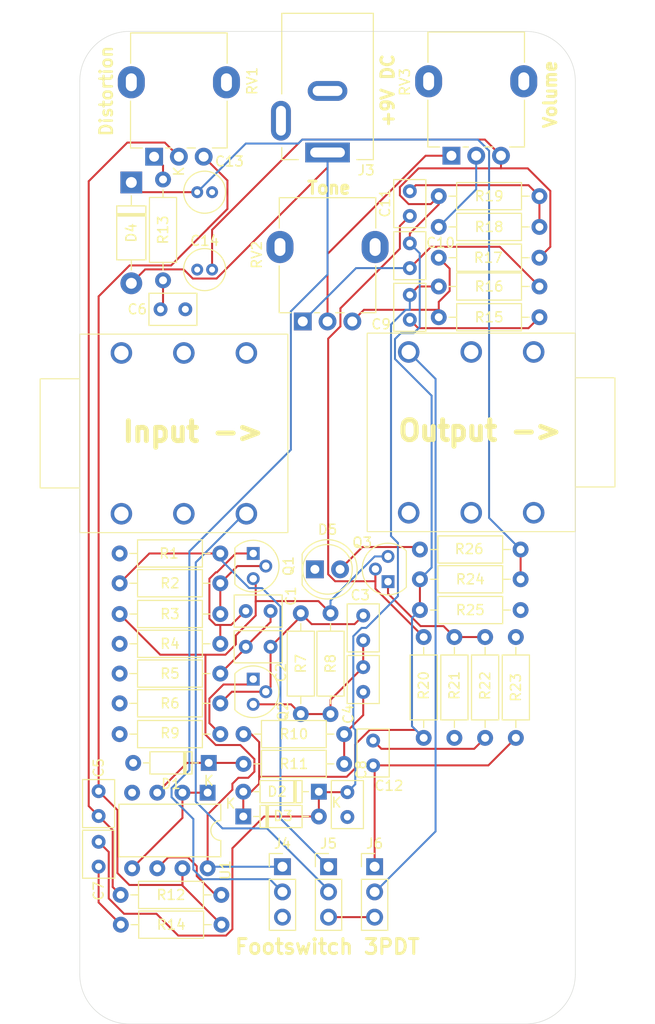
<source format=kicad_pcb>
(kicad_pcb (version 20240108) (generator "pcbnew") (generator_version "8.0")
  (layers (0 "F.Cu" signal) (31 "B.Cu" signal) (34 "B.Paste" user) (35 "F.Paste" user) (36 "B.SilkS" user "B.Silkscreen") (37 "F.SilkS" user "F.Silkscreen") (38 "B.Mask" user) (39 "F.Mask" user) (44 "Edge.Cuts" user))
  (net 0 "")
  (net 1 "Net-(Q1-E)")
  (net 2 "Net-(C1-Pad2)")
  (net 3 "Net-(Q2-B)")
  (net 4 "Net-(Q2-C)")
  (net 5 "Net-(C4-Pad2)")
  (net 6 "Net-(C5-Pad2)")
  (net 7 "Net-(C5-Pad1)")
  (net 8 "Net-(C6-Pad2)")
  (net 9 "GND")
  (net 10 "Net-(D2-K)")
  (net 11 "Net-(C7-Pad1)")
  (net 12 "Net-(C9-Pad1)")
  (net 13 "+4.5V")
  (net 14 "Net-(C10-Pad2)")
  (net 15 "Net-(C11-Pad2)")
  (net 16 "Net-(Q3-B)")
  (net 17 "Net-(J6-Pin_1)")
  (net 18 "Net-(C12-Pad2)")
  (net 19 "Net-(D4-K)")
  (net 20 "Net-(D1-K)")
  (net 21 "Vbatt")
  (net 22 "Net-(D5-A)")
  (net 23 "Net-(Q1-B)")
  (net 24 "+9V")
  (net 25 "Net-(Q2-E)")
  (net 26 "Net-(Q3-E)")
  (net 27 "in")
  (net 28 "Net-(U1B--)")
  (net 29 "Net-(R13-Pad1)")
  (net 30 "Net-(R15-Pad2)")
  (net 31 "Net-(R18-Pad1)")
  (net 32 "Net-(RV2-Pad2)")
  (net 33 "Net-(U1A--)")
  (net 34 "out")
  (net 35 "+BATT")
  (net 37 "Net-(J5-Pin_1)")
  (net 38 "bypass")
  (footprint "Resistor_THT:R_Axial_DIN0207_L6.3mm_D2.5mm_P10.16mm_Horizontal" (layer "F.Cu") (at 141.8 129.5 180)
    (property "Reference" "R14")
    (property "Value" "2.2kΩ")
  )
  (footprint "Capacitor_THT:C_Rect_L4.6mm_W3.0mm_P2.50mm_MKS02_FKP02" (layer "F.Cu") (at 154.5 118.65 90)
    (property "Reference" "C8")
    (property "Value" "100pF")
  )
  (footprint "Resistor_THT:R_Axial_DIN0207_L6.3mm_D2.5mm_P10.16mm_Horizontal" (layer "F.Cu") (at 135.9 54.42 -90)
    (property "Reference" "R13")
    (property "Value" "4.7kΩ")
  )
  (footprint "Diode_THT:D_DO-35_SOD27_P7.62mm_Horizontal" (layer "F.Cu") (at 151.62 116.1 180)
    (property "Reference" "D2")
    (property "Value" "1N4148")
  )
  (footprint "Connector_PinHeader_2.54mm:PinHeader_1x03_P2.54mm_Vertical" (layer "F.Cu") (at 147.95 123.66)
    (property "Reference" "J4")
    (property "Value" "Conn_01x03_Pin")
  )
  (footprint "Diode_THT:D_DO-35_SOD27_P7.62mm_Horizontal" (layer "F.Cu") (at 140.51 113.2 180)
    (property "Reference" "D1")
    (property "Value" "1N4148")
  )
  (footprint "Capacitor_THT:C_Rect_L4.6mm_W3.0mm_P2.50mm_MKS02_FKP02" (layer "F.Cu") (at 129.4 123.65 90)
    (property "Reference" "C7")
    (property "Value" "470nF")
  )
  (footprint "Potentiometer_THT:Potentiometer_Alpha_RD901F-40-00D_Single_Vertical" (layer "F.Cu") (at 150 68.725 90)
    (property "Reference" "RV2")
    (property "Value" "20kΩ")
  )
  (footprint "Diode_THT:D_DO-35_SOD27_P7.62mm_Horizontal" (layer "F.Cu") (at 144 118.6)
    (property "Reference" "D3")
    (property "Value" "1N4148")
  )
  (footprint "Capacitor_THT:C_Rect_L4.6mm_W3.0mm_P2.50mm_MKS02_FKP02" (layer "F.Cu") (at 144.25 101.5)
    (property "Reference" "C2")
    (property "Value" "47nF")
  )
  (footprint "Capacitor_THT:C_Rect_L4.6mm_W3.0mm_P2.50mm_MKS02_FKP02" (layer "F.Cu") (at 160.8 60.85 -90)
    (property "Reference" "C10")
    (property "Value" "100pF")
  )
  (footprint "Package_TO_SOT_THT:TO-92" (layer "F.Cu") (at 145 92.1 -90)
    (property "Reference" "Q1")
    (property "Value" "2N3904")
  )
  (footprint "Capacitor_THT:C_Rect_L4.6mm_W3.0mm_P2.50mm_MKS02_FKP02" (layer "F.Cu") (at 144.25 97.9)
    (property "Reference" "C1")
    (property "Value" "470nF")
  )
  (footprint "Package_DIP:DIP-8_W7.62mm" (layer "F.Cu") (at 140.4 116.2 -90)
    (property "Reference" "U1")
    (property "Value" "TL072")
  )
  (footprint "Resistor_THT:R_Axial_DIN0207_L6.3mm_D2.5mm_P10.16mm_Horizontal" (layer "F.Cu") (at 163.72 62.3)
    (property "Reference" "R17")
    (property "Value" "2.2kΩ")
  )
  (footprint "Potentiometer_THT:Potentiometer_Alpha_RD901F-40-00D_Single_Vertical" (layer "F.Cu") (at 165 52.025 90)
    (property "Reference" "RV3")
    (property "Value" "20kΩ")
  )
  (footprint "Capacitor_THT:C_Rect_L4.6mm_W3.0mm_P2.50mm_MKS02_FKP02" (layer "F.Cu") (at 157.1 113.45 90)
    (property "Reference" "C12")
    (property "Value" "1µF")
  )
  (footprint "Resistor_THT:R_Axial_DIN0207_L6.3mm_D2.5mm_P10.16mm_Horizontal" (layer "F.Cu") (at 144.02 113.3)
    (property "Reference" "R11")
    (property "Value" "47kΩ")
  )
  (footprint "Resistor_THT:R_Axial_DIN0207_L6.3mm_D2.5mm_P10.16mm_Horizontal" (layer "F.Cu") (at 131.52 104.2)
    (property "Reference" "R5")
    (property "Value" "100kΩ")
  )
  (footprint "Capacitor_THT:C_Radial_D4.0mm_H5.0mm_P1.50mm" (layer "F.Cu") (at 140.85 63.5 180)
    (property "Reference" "C14")
    (property "Value" "47µF")
  )
  (footprint "Resistor_THT:R_Axial_DIN0207_L6.3mm_D2.5mm_P10.16mm_Horizontal" (layer "F.Cu") (at 168.4 110.68 90)
    (property "Reference" "R22")
    (property "Value" "1kΩ")
  )
  (footprint "Resistor_THT:R_Axial_DIN0207_L6.3mm_D2.5mm_P10.16mm_Horizontal" (layer "F.Cu") (at 162.2 110.68 90)
    (property "Reference" "R20")
    (property "Value" "1MΩ")
  )
  (footprint "Resistor_THT:R_Axial_DIN0207_L6.3mm_D2.5mm_P10.16mm_Horizontal" (layer "F.Cu") (at 161.82 91.7)
    (property "Reference" "R26")
    (property "Value" "220Ω")
  )
  (footprint "Potentiometer_THT:Potentiometer_Alpha_RD901F-40-00D_Single_Vertical" (layer "F.Cu") (at 135 52.125 90)
    (property "Reference" "RV1")
    (property "Value" "100kΩ")
  )
  (footprint "Resistor_THT:R_Axial_DIN0207_L6.3mm_D2.5mm_P10.16mm_Horizontal" (layer "F.Cu") (at 161.82 94.7)
    (property "Reference" "R24")
    (property "Value" "10kΩ")
  )
  (footprint "Package_TO_SOT_THT:TO-92" (layer "F.Cu") (at 145 104.76 -90)
    (property "Reference" "Q2")
    (property "Value" "2N3904")
  )
  (footprint "Resistor_THT:R_Axial_DIN0207_L6.3mm_D2.5mm_P10.16mm_Horizontal" (layer "F.Cu") (at 131.52 98.2)
    (property "Reference" "R3")
    (property "Value" "470kΩ")
  )
  (footprint "footprints:PJ-644C" (layer "F.Cu") (at 160.7 71.8)
    (property "Reference" "J2")
    (property "Value" "SN49B14B" (hide yes))
  )
  (footprint "Resistor_THT:R_Axial_DIN0207_L6.3mm_D2.5mm_P10.16mm_Horizontal" (layer "F.Cu") (at 131.52 101.2)
    (property "Reference" "R4")
    (property "Value" "10kΩ")
  )
  (footprint "Resistor_THT:R_Axial_DIN0207_L6.3mm_D2.5mm_P10.16mm_Horizontal" (layer "F.Cu") (at 163.72 59.2)
    (property "Reference" "R18")
    (property "Value" "10kΩ")
  )
  (footprint "Capacitor_THT:C_Radial_D4.0mm_H5.0mm_P1.50mm" (layer "F.Cu") (at 139.35 55.7)
    (property "Reference" "C13")
    (property "Value" "100µF")
  )
  (footprint "Connector_BarrelJack:BarrelJack_Kycon_KLDX-0202-xC_Horizontal" (layer "F.Cu") (at 152.5 51.7 -90)
    (property "Reference" "J3")
    (property "Value" "Barrel_Jack_MountingPin")
  )
  (footprint "Connector_PinHeader_2.54mm:PinHeader_1x03_P2.54mm_Vertical" (layer "F.Cu") (at 152.6 123.66)
    (property "Reference" "J5")
    (property "Value" "Conn_01x03_Pin")
  )
  (footprint "Connector_PinHeader_2.54mm:PinHeader_1x03_P2.54mm_Vertical" (layer "F.Cu") (at 157.25 123.66)
    (property "Reference" "J6")
    (property "Value" "Conn_01x03_Pin")
  )
  (footprint "Capacitor_THT:C_Rect_L4.6mm_W3.0mm_P2.50mm_MKS02_FKP02" (layer "F.Cu") (at 138.15 67.5 180)
    (property "Reference" "C6")
    (property "Value" "470nF")
  )
  (footprint "Resistor_THT:R_Axial_DIN0207_L6.3mm_D2.5mm_P10.16mm_Horizontal" (layer "F.Cu") (at 131.62 126.5)
    (property "Reference" "R12")
    (property "Value" "100kΩ")
  )
  (footprint "Resistor_THT:R_Axial_DIN0207_L6.3mm_D2.5mm_P10.16mm_Horizontal" (layer "F.Cu") (at 144.02 110.3)
    (property "Reference" "R10")
    (property "Value" "100kΩ")
  )
  (footprint "Resistor_THT:R_Axial_DIN0207_L6.3mm_D2.5mm_P10.16mm_Horizontal" (layer "F.Cu") (at 131.52 95.1)
    (property "Reference" "R2")
    (property "Value" "1kΩ")
  )
  (footprint "LED_THT:LED_D5.0mm" (layer "F.Cu") (at 151.225 93.7)
    (property "Reference" "D5")
    (property "Value" "POW_LED")
  )
  (footprint "Capacitor_THT:C_Rect_L4.6mm_W3.0mm_P2.50mm_MKS02_FKP02" (layer "F.Cu") (at 129.4 118.55 90)
    (property "Reference" "C5")
    (property "Value" "100pF")
  )
  (footprint "Resistor_THT:R_Axial_DIN0207_L6.3mm_D2.5mm_P10.16mm_Horizontal" (layer "F.Cu") (at 171.5 110.68 90)
    (property "Reference" "R23")
    (property "Value" "100kΩ")
  )
  (footprint "Resistor_THT:R_Axial_DIN0207_L6.3mm_D2.5mm_P10.16mm_Horizontal" (layer "F.Cu") (at 173.88 68.3 180)
    (property "Reference" "R15")
    (property "Value" "2.2kΩ")
  )
  (footprint "Capacitor_THT:C_Rect_L4.6mm_W3.0mm_P2.50mm_MKS02_FKP02" (layer "F.Cu") (at 160.8 68.55 90)
    (property "Reference" "C9")
    (property "Value" "100pF")
  )
  (footprint "Resistor_THT:R_Axial_DIN0207_L6.3mm_D2.5mm_P10.16mm_Horizontal" (layer "F.Cu") (at 149.8 108.28 90)
    (property "Reference" "R7")
    (property "Value" "470kΩ")
  )
  (footprint "Resistor_THT:R_Axial_DIN0207_L6.3mm_D2.5mm_P10.16mm_Horizontal" (layer "F.Cu") (at 165.3 110.68 90)
    (property "Reference" "R21")
    (property "Value" "10kΩ")
  )
  (footprint "Resistor_THT:R_Axial_DIN0207_L6.3mm_D2.5mm_P10.16mm_Horizontal" (layer "F.Cu") (at 163.72 65.2)
    (property "Reference" "R16")
    (property "Value" "6.8kΩ")
  )
  (footprint "Capacitor_THT:C_Rect_L4.6mm_W3.0mm_P2.50mm_MKS02_FKP02" (layer "F.Cu") (at 156.1 103.55 -90)
    (property "Reference" "C4")
    (property "Value" "68nF")
  )
  (footprint "Package_TO_SOT_THT:TO-92" (layer "F.Cu") (at 158.6 94.94 90)
    (property "Reference" "Q3")
    (property "Value" "2N3904")
  )
  (footprint "Resistor_THT:R_Axial_DIN0207_L6.3mm_D2.5mm_P10.16mm_Horizontal" (layer "F.Cu") (at 171.98 97.8 180)
    (property "Reference" "R25")
    (property "Value" "10kΩ")
  )
  (footprint "Capacitor_THT:C_Rect_L4.6mm_W3.0mm_P2.50mm_MKS02_FKP02" (layer "F.Cu") (at 156.1 98.35 -90)
    (property "Reference" "C3")
    (property "Value" "250pF")
  )
  (footprint "Resistor_THT:R_Axial_DIN0207_L6.3mm_D2.5mm_P10.16mm_Horizontal" (layer "F.Cu") (at 141.68 92.1 180)
    (property "Reference" "R1")
    (property "Value" "1MΩ")
  )
  (footprint "Capacitor_THT:C_Rect_L4.6mm_W3.0mm_P2.50mm_MKS02_FKP02" (layer "F.Cu") (at 160.8 58.1 90)
    (property "Reference" "C11")
    (property "Value" "47nF")
  )
  (footprint "footprints:PJ-644C" (layer "F.Cu") (at 144.3 88.1 180)
    (property "Reference" "J1")
    (property "Value" "SN49B14B" (hide yes))
  )
  (footprint "Resistor_THT:R_Axial_DIN0207_L6.3mm_D2.5mm_P10.16mm_Horizontal" (layer "F.Cu") (at 131.52 107.2)
    (property "Reference" "R6")
    (property "Value" "100kΩ")
  )
  (footprint "Resistor_THT:R_Axial_DIN0207_L6.3mm_D2.5mm_P10.16mm_Horizontal" (layer "F.Cu") (at 152.8 108.28 90)
    (property "Reference" "R8")
    (property "Value" "10kΩ")
  )
  (footprint "Diode_THT:D_DO-41_SOD81_P10.16mm_Horizontal" (layer "F.Cu") (at 132.7 54.72 -90)
    (property "Reference" "D4")
    (property "Value" "1N4004")
  )
  (footprint "Resistor_THT:R_Axial_DIN0207_L6.3mm_D2.5mm_P10.16mm_Horizontal" (layer "F.Cu") (at 131.52 110.3)
    (property "Reference" "R9")
    (property "Value" "22Ω")
  )
  (footprint "Resistor_THT:R_Axial_DIN0207_L6.3mm_D2.5mm_P10.16mm_Horizontal" (layer "F.Cu") (at 163.72 56.1)
    (property "Reference" "R19")
    (property "Value" "1MΩ")
  )
  (gr_arc (start 127.5 44.5) (mid 128.964466 40.964466) (end 132.5 39.5) (stroke (width 0.05)) (layer "Edge.Cuts"))
  (gr_arc (start 132.5 139.5) (mid 128.964466 138.035534) (end 127.5 134.5) (stroke (width 0.05)) (layer "Edge.Cuts"))
  (gr_arc (start 177.5 134.5) (mid 176.035534 138.035534) (end 172.5 139.5) (stroke (width 0.05)) (layer "Edge.Cuts"))
  (gr_line (start 127.5 134.5) (end 127.5 44.5) (stroke (width 0.05)) (layer "Edge.Cuts"))
  (gr_line (start 172.5 139.5) (end 132.5 139.5) (stroke (width 0.05)) (layer "Edge.Cuts"))
  (gr_line (start 132.5 39.5) (end 172.5 39.5) (stroke (width 0.05)) (layer "Edge.Cuts"))
  (gr_line (start 177.5 44.5) (end 177.5 134.5) (stroke (width 0.05)) (layer "Edge.Cuts"))
  (gr_arc (start 172.5 39.5) (mid 176.035534 40.964466) (end 177.5 44.5) (stroke (width 0.05)) (layer "Edge.Cuts"))
  (gr_text "Input ->" (at 131.6 81 0) (layer "F.SilkS") (effects (font (size 2 2) (thickness 0.5) (bold yes)) (justify left bottom)))
  (gr_text "Footswitch 3PDT" (at 143 132.6 0) (layer "F.SilkS") (effects (font (size 1.5 1.5) (thickness 0.3) (bold yes)) (justify left bottom)))
  (gr_text "Output ->" (at 159.4 80.9 0) (layer "F.SilkS") (effects (font (size 2 2) (thickness 0.5) (bold yes)) (justify left bottom)))
  (gr_text "Tone" (at 150.3 56 0) (layer "F.SilkS") (effects (font (size 1.25 1.25) (thickness 0.3) (bold yes)) (justify left bottom)))
  (gr_text "Volume" (at 175.7 49.4 90) (layer "F.SilkS") (effects (font (size 1.25 1.25) (thickness 0.3) (bold yes)) (justify left bottom)))
  (gr_text "+9V DC" (at 159.3 49.3 90) (layer "F.SilkS") (effects (font (size 1.25 1.25) (thickness 0.3) (bold yes)) (justify left bottom)))
  (gr_text "Distortion" (at 130.9 50.2 90) (layer "F.SilkS") (effects (font (size 1.25 1.25) (thickness 0.25) (bold yes)) (justify left bottom)))
  (segment (start 141.2 99.3) (end 141.7 99.3) (width 0.2) (layer "F.Cu") (net 1))
  (segment (start 144.25 97.9) (end 144.175 97.9) (width 0.2) (layer "F.Cu") (net 1))
  (segment (start 140.58 94.644365) (end 140.58 98.68) (width 0.2) (layer "F.Cu") (net 1))
  (segment (start 141.224365 94) (end 140.58 94.644365) (width 0.2) (layer "F.Cu") (net 1))
  (segment (start 140.58 98.68) (end 141.2 99.3) (width 0.2) (layer "F.Cu") (net 1))
  (segment (start 141.7 99.3) (end 141.68 99.32) (width 0.2) (layer "F.Cu") (net 1))
  (segment (start 143.235635 92.1) (end 141.335635 94) (width 0.2) (layer "F.Cu") (net 1))
  (segment (start 141.335635 94) (end 141.224365 94) (width 0.2) (layer "F.Cu") (net 1))
  (segment (start 142.775 99.3) (end 141.7 99.3) (width 0.2) (layer "F.Cu") (net 1))
  (segment (start 144.175 97.9) (end 142.775 99.3) (width 0.2) (layer "F.Cu") (net 1))
  (segment (start 145 92.1) (end 143.235635 92.1) (width 0.2) (layer "F.Cu") (net 1))
  (segment (start 141.68 99.32) (end 141.68 101.2) (width 0.2) (layer "F.Cu") (net 1))
  (segment (start 146.75 97.9) (end 146.75 99) (width 0.2) (layer "F.Cu") (net 2))
  (segment (start 144.25 101.63) (end 144.25 101.5) (width 0.2) (layer "F.Cu") (net 2))
  (segment (start 146.75 99) (end 144.25 101.5) (width 0.2) (layer "F.Cu") (net 2))
  (segment (start 141.68 104.2) (end 144.25 101.63) (width 0.2) (layer "F.Cu") (net 2))
  (segment (start 146.75 105.55) (end 146.27 106.03) (width 0.2) (layer "F.Cu") (net 3))
  (segment (start 155.23 99.22) (end 150.9 99.22) (width 0.2) (layer "F.Cu") (net 3))
  (segment (start 141.68 107.2) (end 142.85 106.03) (width 0.2) (layer "F.Cu") (net 3))
  (segment (start 142.85 106.03) (end 146.27 106.03) (width 0.2) (layer "F.Cu") (net 3))
  (segment (start 150.9 99.22) (end 149.8 98.12) (width 0.2) (layer "F.Cu") (net 3))
  (segment (start 146.75 101.5) (end 146.75 105.55) (width 0.2) (layer "F.Cu") (net 3))
  (segment (start 149.8 98.45) (end 149.8 98.12) (width 0.2) (layer "F.Cu") (net 3))
  (segment (start 156.1 98.35) (end 155.23 99.22) (width 0.2) (layer "F.Cu") (net 3))
  (segment (start 146.75 101.5) (end 149.8 98.45) (width 0.2) (layer "F.Cu") (net 3))
  (segment (start 149.8 108.28) (end 152.8 108.28) (width 0.2) (layer "F.Cu") (net 4))
  (segment (start 156.1 100.85) (end 156.1 103.55) (width 0.2) (layer "F.Cu") (net 4))
  (segment (start 148.82 107.3) (end 149.8 108.28) (width 0.2) (layer "F.Cu") (net 4))
  (segment (start 152.8 106.85) (end 156.1 103.55) (width 0.2) (layer "F.Cu") (net 4))
  (segment (start 145 107.3) (end 148.82 107.3) (width 0.2) (layer "F.Cu") (net 4))
  (segment (start 152.8 108.28) (end 152.8 106.85) (width 0.2) (layer "F.Cu") (net 4))
  (segment (start 156.1 108.38) (end 154.18 110.3) (width 0.2) (layer "F.Cu") (net 5))
  (segment (start 154.18 110.3) (end 154.18 113.3) (width 0.2) (layer "F.Cu") (net 5))
  (segment (start 156.1 106.05) (end 156.1 108.38) (width 0.2) (layer "F.Cu") (net 5))
  (segment (start 132.5 125.5) (end 137.86 125.5) (width 0.2) (layer "F.Cu") (net 6))
  (segment (start 142.4 54.525) (end 142.4 57.384314) (width 0.2) (layer "F.Cu") (net 6))
  (segment (start 142.4 57.384314) (end 140.45 59.334314) (width 0.2) (layer "F.Cu") (net 6))
  (segment (start 137.86 125.5) (end 137.86 123.82) (width 0.2) (layer "F.Cu") (net 6))
  (segment (start 140 52.125) (end 142.4 54.525) (width 0.2) (layer "F.Cu") (net 6))
  (segment (start 137.86 125.56) (end 137.86 123.82) (width 0.2) (layer "F.Cu") (net 6))
  (segment (start 129.4 116.05) (end 131.3 117.95) (width 0.2) (layer "F.Cu") (net 6))
  (segment (start 140.45 59.35) (end 136.72 63.08) (width 0.2) (layer "F.Cu") (net 6))
  (segment (start 136.72 63.08) (end 132.52 63.08) (width 0.2) (layer "F.Cu") (net 6))
  (segment (start 131.3 124.3) (end 132.5 125.5) (width 0.2) (layer "F.Cu") (net 6))
  (segment (start 141.8 129.5) (end 137.86 125.56) (width 0.2) (layer "F.Cu") (net 6))
  (segment (start 129.4 66.2) (end 129.4 116.05) (width 0.2) (layer "F.Cu") (net 6))
  (segment (start 131.3 117.95) (end 131.3 124.3) (width 0.2) (layer "F.Cu") (net 6))
  (segment (start 132.52 63.08) (end 129.4 66.2) (width 0.2) (layer "F.Cu") (net 6))
  (segment (start 140.45 59.334314) (end 140.45 59.35) (width 0.2) (layer "F.Cu") (net 6))
  (segment (start 130.820001 125.700001) (end 130.820001 119.970001) (width 0.2) (layer "F.Cu") (net 7))
  (segment (start 132.3 50.7) (end 128.4 54.6) (width 0.2) (layer "F.Cu") (net 7))
  (segment (start 130.820001 119.970001) (end 129.4 118.55) (width 0.2) (layer "F.Cu") (net 7))
  (segment (start 137.5 52.125) (end 136.075 50.7) (width 0.2) (layer "F.Cu") (net 7))
  (segment (start 131.62 126.5) (end 130.820001 125.700001) (width 0.2) (layer "F.Cu") (net 7))
  (segment (start 128.4 54.6) (end 128.4 117.55) (width 0.2) (layer "F.Cu") (net 7))
  (segment (start 128.4 117.55) (end 129.4 118.55) (width 0.2) (layer "F.Cu") (net 7))
  (segment (start 136.075 50.7) (end 132.3 50.7) (width 0.2) (layer "F.Cu") (net 7))
  (segment (start 135.9 67.25) (end 135.65 67.5) (width 0.2) (layer "F.Cu") (net 8))
  (segment (start 135.9 64.58) (end 135.9 67.25) (width 0.2) (layer "F.Cu") (net 8))
  (segment (start 135.238679 128.4) (end 137.438679 130.6) (width 0.2) (layer "F.Cu") (net 10))
  (segment (start 130.420001 126.855636) (end 131.964365 128.4) (width 0.2) (layer "F.Cu") (net 10))
  (segment (start 151.67 116.15) (end 151.62 116.1) (width 0.2) (layer "F.Cu") (net 10))
  (segment (start 142.255635 130.6) (end 142.9 129.955635) (width 0.2) (layer "F.Cu") (net 10))
  (segment (start 154.5 116.15) (end 151.67 116.15) (width 0.2) (layer "F.Cu") (net 10))
  (segment (start 131.964365 128.4) (end 135.238679 128.4) (width 0.2) (layer "F.Cu") (net 10))
  (segment (start 146.1 118.6) (end 151.62 118.6) (width 0.2) (layer "F.Cu") (net 10))
  (segment (start 151.62 118.6) (end 151.62 116.1) (width 0.2) (layer "F.Cu") (net 10))
  (segment (start 130.420001 122.170001) (end 130.420001 126.855636) (width 0.2) (layer "F.Cu") (net 10))
  (segment (start 142.9 129.955635) (end 142.9 121.8) (width 0.2) (layer "F.Cu") (net 10))
  (segment (start 142.9 121.8) (end 146.1 118.6) (width 0.2) (layer "F.Cu") (net 10))
  (segment (start 137.438679 130.6) (end 142.255635 130.6) (width 0.2) (layer "F.Cu") (net 10))
  (segment (start 161.65 65.2) (end 160.8 66.05) (width 0.2) (layer "F.Cu") (net 10))
  (segment (start 163.72 65.2) (end 161.65 65.2) (width 0.2) (layer "F.Cu") (net 10))
  (segment (start 129.4 121.15) (end 130.420001 122.170001) (width 0.2) (layer "F.Cu") (net 10))
  (segment (start 154.5 116.15) (end 155.3 115.35) (width 0.2) (layer "B.Cu") (net 10))
  (segment (start 155.935786 99.6) (end 156.4 99.6) (width 0.2) (layer "B.Cu") (net 10))
  (segment (start 158.90415 90.339785) (end 158.90415 69.031636) (width 0.2) (layer "B.Cu") (net 10))
  (segment (start 160.385786 67.55) (end 160.8 67.55) (width 0.2) (layer "B.Cu") (net 10))
  (segment (start 160.8 67.55) (end 160.8 66.05) (width 0.2) (layer "B.Cu") (net 10))
  (segment (start 158.90415 69.031636) (end 160.385786 67.55) (width 0.2) (layer "B.Cu") (net 10))
  (segment (start 156.4 99.6) (end 159.6 96.4) (width 0.2) (layer "B.Cu") (net 10))
  (segment (start 159.6 96.4) (end 159.6 91.035635) (width 0.2) (layer "B.Cu") (net 10))
  (segment (start 155.1 100.435786) (end 155.935786 99.6) (width 0.2) (layer "B.Cu") (net 10))
  (segment (start 159.6 91.035635) (end 158.90415 90.339785) (width 0.2) (layer "B.Cu") (net 10))
  (segment (start 155.3 115.35) (end 155.3 109.864365) (width 0.2) (layer "B.Cu") (net 10))
  (segment (start 155.1 109.664365) (end 155.1 100.435786) (width 0.2) (layer "B.Cu") (net 10))
  (segment (start 155.3 109.864365) (end 155.1 109.664365) (width 0.2) (layer "B.Cu") (net 10))
  (segment (start 129.4 127.26) (end 131.64 129.5) (width 0.2) (layer "F.Cu") (net 11))
  (segment (start 129.4 123.65) (end 129.4 127.26) (width 0.2) (layer "F.Cu") (net 11))
  (segment (start 161.65 69.4) (end 160.8 68.55) (width 0.2) (layer "F.Cu") (net 12))
  (segment (start 172.78 69.4) (end 161.65 69.4) (width 0.2) (layer "F.Cu") (net 12))
  (segment (start 173.88 68.3) (end 172.78 69.4) (width 0.2) (layer "F.Cu") (net 12))
  (segment (start 145.6 111.1) (end 145.6 114.5) (width 0.2) (layer "F.Cu") (net 13))
  (segment (start 144.8 116.1) (end 144 116.1) (width 0.2) (layer "F.Cu") (net 13))
  (segment (start 174.98 61.2) (end 174.98 55.58) (width 0.2) (layer "F.Cu") (net 13))
  (segment (start 144.02 110.3) (end 144.8 110.3) (width 0.2) (layer "F.Cu") (net 13))
  (segment (start 144.8 110.3) (end 145.6 111.1) (width 0.2) (layer "F.Cu") (net 13))
  (segment (start 161.400001 109.880001) (end 162.2 110.68) (width 0.2) (layer "F.Cu") (net 13))
  (segment (start 162.920001 56.899999) (end 160.685785 56.899999) (width 0.2) (layer "F.Cu") (net 13))
  (segment (start 163.72 56.940051) (end 163.72 56.1) (width 0.2) (layer "F.Cu") (net 13))
  (segment (start 140.85 63.5) (end 140.85 59.5) (width 0.2) (layer "F.Cu") (net 13))
  (segment (start 170 53.3) (end 170 52.025) (width 0.2) (layer "F.Cu") (net 13))
  (segment (start 161.82 94.7) (end 161.82 97.8) (width 0.2) (layer "F.Cu") (net 13))
  (segment (start 144 118.6) (end 144 116.1) (width 0.2) (layer "F.Cu") (net 13))
  (segment (start 149.95 50.4) (end 168.375 50.4) (width 0.2) (layer "F.Cu") (net 13))
  (segment (start 159.8 56.014214) (end 159.8 55.185786) (width 0.2) (layer "F.Cu") (net 13))
  (segment (start 172.7 53.3) (end 170 53.3) (width 0.2) (layer "F.Cu") (net 13))
  (segment (start 159.8 55.185786) (end 161.685786 53.3) (width 0.2) (layer "F.Cu") (net 13))
  (segment (start 145.6 114.6) (end 154.435635 114.6) (width 0.2) (layer "F.Cu") (net 13))
  (segment (start 163.72 56.1) (end 162.920001 56.899999) (width 0.2) (layer "F.Cu") (net 13))
  (segment (start 160.8 60.85) (end 160.8 59.860051) (width 0.2) (layer "F.Cu") (net 13))
  (segment (start 145.6 114.5) (end 145.6 114.6) (width 0.2) (layer "F.Cu") (net 13))
  (segment (start 173.88 62.3) (end 174.98 61.2) (width 0.2) (layer "F.Cu") (net 13))
  (segment (start 160.8 59.860051) (end 163.72 56.940051) (width 0.2) (layer "F.Cu") (net 13))
  (segment (start 161.685786 53.3) (end 170 53.3) (width 0.2) (layer "F.Cu") (net 13))
  (segment (start 155.28 111.355786) (end 156.755785 109.880001) (width 0.2) (layer "F.Cu") (net 13))
  (segment (start 145.6 114.5) (end 145.6 115.3) (width 0.2) (layer "F.Cu") (net 13))
  (segment (start 145.6 115.3) (end 144.8 116.1) (width 0.2) (layer "F.Cu") (net 13))
  (segment (start 140.85 59.5) (end 149.95 50.4) (width 0.2) (layer "F.Cu") (net 13))
  (segment (start 174.98 55.58) (end 172.7 53.3) (width 0.2) (layer "F.Cu") (net 13))
  (segment (start 155.28 113.755635) (end 155.28 111.355786) (width 0.2) (layer "F.Cu") (net 13))
  (segment (start 154.435635 114.6) (end 155.28 113.755635) (width 0.2) (layer "F.Cu") (net 13))
  (segment (start 156.755785 109.880001) (end 161.400001 109.880001) (width 0.2) (layer "F.Cu") (net 13))
  (segment (start 168.375 50.4) (end 170 52.025) (width 0.2) (layer "F.Cu") (net 13))
  (segment (start 160.685785 56.899999) (end 159.8 56.014214) (width 0.2) (layer "F.Cu") (net 13))
  (segment (start 161.2 69.9) (end 159.9 69.9) (width 0.2) (layer "B.Cu") (net 13))
  (segment (start 161.020001 98.599999) (end 161.020001 109.500001) (width 0.2) (layer "B.Cu") (net 13))
  (segment (start 159.9 69.9) (end 159.30415 70.49585) (width 0.2) (layer "B.Cu") (net 13))
  (segment (start 163 93.52) (end 161.82 94.7) (width 0.2) (layer "B.Cu") (net 13))
  (segment (start 159.30415 70.49585) (end 159.30415 72.50415) (width 0.2) (layer "B.Cu") (net 13))
  (segment (start 161.020001 109.500001) (end 162.2 110.68) (width 0.2) (layer "B.Cu") (net 13))
  (segment (start 161.82 97.8) (end 161.020001 98.599999) (width 0.2) (layer "B.Cu") (net 13))
  (segment (start 160.8 60.85) (end 161.8 61.85) (width 0.2) (layer "B.Cu") (net 13))
  (segment (start 159.30415 72.50415) (end 163 76.2) (width 0.2) (layer "B.Cu") (net 13))
  (segment (start 163 76.2) (end 163 93.52) (width 0.2) (layer "B.Cu") (net 13))
  (segment (start 161.8 69.3) (end 161.2 69.9) (width 0.2) (layer "B.Cu") (net 13))
  (segment (start 161.8 61.85) (end 161.8 69.3) (width 0.2) (layer "B.Cu") (net 13))
  (segment (start 169.88 61.2) (end 173.88 65.2) (width 0.2) (layer "F.Cu") (net 14))
  (segment (start 162.95 61.2) (end 169.88 61.2) (width 0.2) (layer "F.Cu") (net 14))
  (segment (start 160.8 63.35) (end 162.95 61.2) (width 0.2) (layer "F.Cu") (net 14))
  (segment (start 155.375 63.35) (end 160.8 63.35) (width 0.2) (layer "B.Cu") (net 14))
  (segment (start 150 68.725) (end 155.375 63.35) (width 0.2) (layer "B.Cu") (net 14))
  (segment (start 172.78 55) (end 161.4 55) (width 0.2) (layer "F.Cu") (net 15))
  (segment (start 161.4 55) (end 160.8 55.6) (width 0.2) (layer "F.Cu") (net 15))
  (segment (start 173.88 56.1) (end 172.78 55) (width 0.2) (layer "F.Cu") (net 15))
  (segment (start 173.88 59.2) (end 173.88 56.1) (width 0.2) (layer "F.Cu") (net 15))
  (segment (start 153.8 67.4) (end 159.8 61.4) (width 0.2) (layer "F.Cu") (net 16))
  (segment (start 159.8 61.4) (end 159.8 59.1) (width 0.2) (layer "F.Cu") (net 16))
  (segment (start 157.33 94.9) (end 153.267943 94.9) (width 0.2) (layer "F.Cu") (net 16))
  (segment (start 157.33 93.67) (end 157.33 95.65) (width 0.2) (layer "F.Cu") (net 16))
  (segment (start 153.8 69.222057) (end 153.8 67.4) (width 0.2) (layer "F.Cu") (net 16))
  (segment (start 157.33 95.65) (end 162.2 100.52) (width 0.2) (layer "F.Cu") (net 16))
  (segment (start 152.565 94.197057) (end 152.565 70.457057) (width 0.2) (layer "F.Cu") (net 16))
  (segment (start 157.33 93.67) (end 157.33 94.9) (width 0.2) (layer "F.Cu") (net 16))
  (segment (start 152.565 70.457057) (end 153.8 69.222057) (width 0.2) (layer "F.Cu") (net 16))
  (segment (start 153.267943 94.9) (end 152.565 94.197057) (width 0.2) (layer "F.Cu") (net 16))
  (segment (start 159.8 59.1) (end 160.8 58.1) (width 0.2) (layer "F.Cu") (net 16))
  (segment (start 157.25 113.6) (end 157.1 113.45) (width 0.2) (layer "F.Cu") (net 17))
  (segment (start 171.5 110.68) (end 168.73 113.45) (width 0.2) (layer "F.Cu") (net 17))
  (segment (start 168.73 113.45) (end 157.1 113.45) (width 0.2) (layer "F.Cu") (net 17))
  (segment (start 157.25 123.66) (end 157.25 113.6) (width 0.2) (layer "F.Cu") (net 17))
  (segment (start 157.93 111.78) (end 157.1 110.95) (width 0.2) (layer "F.Cu") (net 18))
  (segment (start 167.3 111.78) (end 157.93 111.78) (width 0.2) (layer "F.Cu") (net 18))
  (segment (start 168.4 110.68) (end 167.3 111.78) (width 0.2) (layer "F.Cu") (net 18))
  (segment (start 171.98 94.7) (end 171.98 91.7) (width 0.2) (layer "F.Cu") (net 19))
  (segment (start 132.7 54.72) (end 133.68 55.7) (width 0.2) (layer "F.Cu") (net 19))
  (segment (start 133.68 55.7) (end 139.35 55.7) (width 0.2) (layer "F.Cu") (net 19))
  (segment (start 149.95 50.4) (end 167.672057 50.4) (width 0.2) (layer "B.Cu") (net 19))
  (segment (start 168.8 88.52) (end 171.98 91.7) (width 0.2) (layer "B.Cu") (net 19))
  (segment (start 139.35 55.7) (end 144.25 50.8) (width 0.2) (layer "B.Cu") (net 19))
  (segment (start 168.8 51.527943) (end 168.8 88.52) (width 0.2) (layer "B.Cu") (net 19))
  (segment (start 144.25 50.8) (end 149.55 50.8) (width 0.2) (layer "B.Cu") (net 19))
  (segment (start 149.55 50.8) (end 149.95 50.4) (width 0.2) (layer "B.Cu") (net 19))
  (segment (start 167.672057 50.4) (end 168.8 51.527943) (width 0.2) (layer "B.Cu") (net 19))
  (segment (start 140.51 113.2) (end 143.92 113.2) (width 0.2) (layer "F.Cu") (net 20))
  (segment (start 140.51 113.2) (end 138.32 113.2) (width 0.2) (layer "F.Cu") (net 20))
  (segment (start 138.32 113.2) (end 135.32 116.2) (width 0.2) (layer "F.Cu") (net 20))
  (segment (start 143.92 113.2) (end 144.02 113.3) (width 0.2) (layer "F.Cu") (net 20))
  (segment (start 141.3 64.4) (end 152.5 53.2) (width 0.2) (layer "F.Cu") (net 21))
  (segment (start 138.9 64.4) (end 141.3 64.4) (width 0.2) (layer "F.Cu") (net 21))
  (segment (start 132.7 64.88) (end 134.1 63.48) (width 0.2) (layer "F.Cu") (net 21))
  (segment (start 134.1 63.48) (end 137.98 63.48) (width 0.2) (layer "F.Cu") (net 21))
  (segment (start 152.5 53.2) (end 152.5 51.7) (width 0.2) (layer "F.Cu") (net 21))
  (segment (start 137.98 63.48) (end 138.9 64.4) (width 0.2) (layer "F.Cu") (net 21))
  (segment (start 153.765 93.7) (end 156.015 91.45) (width 0.2) (layer "F.Cu") (net 22))
  (segment (start 156.015 91.45) (end 161.57 91.45) (width 0.2) (layer "F.Cu") (net 22))
  (segment (start 161.57 91.45) (end 161.82 91.7) (width 0.2) (layer "F.Cu") (net 22))
  (segment (start 141.68 95.1) (end 143.41 93.37) (width 0.2) (layer "F.Cu") (net 23))
  (segment (start 143.41 93.37) (end 146.27 93.37) (width 0.2) (layer "F.Cu") (net 23))
  (segment (start 141.68 95.1) (end 141.68 98.2) (width 0.2) (layer "F.Cu") (net 23))
  (segment (start 145.12 114.08) (end 145.12 112.82) (width 0.2) (layer "F.Cu") (net 24))
  (segment (start 140.18 110.355635) (end 140.18 102.32) (width 0.2) (layer "F.Cu") (net 24))
  (segment (start 145.25 97) (end 145.25 94.89) (width 0.2) (layer "F.Cu") (net 24))
  (segment (start 140.4 123.82) (end 140.4 118.4) (width 0.2) (layer "F.Cu") (net 24))
  (segment (start 143.5 114.7) (end 144.5 114.7) (width 0.2) (layer "F.Cu") (net 24))
  (segment (start 143.25 100.35) (end 145.25 98.35) (width 0.2) (layer "F.Cu") (net 24))
  (segment (start 140.18 102.32) (end 140.2 102.3) (width 0.2) (layer "F.Cu") (net 24))
  (segment (start 135.62 102.3) (end 140.2 102.3) (width 0.2) (layer "F.Cu") (net 24))
  (segment (start 145.25 96.9) (end 151.58 96.9) (width 0.2) (layer "F.Cu") (net 24))
  (segment (start 140.4 118.4) (end 142.9 115.9) (width 0.2) (layer "F.Cu") (net 24))
  (segment (start 145.12 112.82) (end 143.7 111.4) (width 0.2) (layer "F.Cu") (net 24))
  (segment (start 143.25 101.25) (end 143.25 100.35) (width 0.2) (layer "F.Cu") (net 24))
  (segment (start 145.25 97) (end 145.25 96.9) (width 0.2) (layer "F.Cu") (net 24))
  (segment (start 151.58 96.9) (end 152.8 98.12) (width 0.2) (layer "F.Cu") (net 24))
  (segment (start 145.25 98.35) (end 145.25 97) (width 0.2) (layer "F.Cu") (net 24))
  (segment (start 142.2 102.3) (end 143.25 101.25) (width 0.2) (layer "F.Cu") (net 24))
  (segment (start 145.25 94.89) (end 145 94.64) (width 0.2) (layer "F.Cu") (net 24))
  (segment (start 141.224365 111.4) (end 140.18 110.355635) (width 0.2) (layer "F.Cu") (net 24))
  (segment (start 143.7 111.4) (end 141.224365 111.4) (width 0.2) (layer "F.Cu") (net 24))
  (segment (start 142.9 115.9) (end 142.9 115.3) (width 0.2) (layer "F.Cu") (net 24))
  (segment (start 131.52 98.2) (end 135.62 102.3) (width 0.2) (layer "F.Cu") (net 24))
  (segment (start 142.9 115.3) (end 143.5 114.7) (width 0.2) (layer "F.Cu") (net 24))
  (segment (start 140.2 102.3) (end 142.2 102.3) (width 0.2) (layer "F.Cu") (net 24))
  (segment (start 144.5 114.7) (end 145.12 114.08) (width 0.2) (layer "F.Cu") (net 24))
  (segment (start 147.95 123.66) (end 140.56 123.66) (width 0.2) (layer "B.Cu") (net 24))
  (segment (start 152.8 96.856497) (end 152.8 98.12) (width 0.2) (layer "B.Cu") (net 24))
  (segment (start 158.6 92.4) (end 157.256497 92.4) (width 0.2) (layer "B.Cu") (net 24))
  (segment (start 140.56 123.66) (end 140.4 123.82) (width 0.2) (layer "B.Cu") (net 24))
  (segment (start 157.256497 92.4) (end 152.8 96.856497) (width 0.2) (layer "B.Cu") (net 24))
  (segment (start 142 105.3) (end 140.58 106.72) (width 0.2) (layer "F.Cu") (net 25))
  (segment (start 140.58 109.2) (end 141.68 110.3) (width 0.2) (layer "F.Cu") (net 25))
  (segment (start 144.46 105.3) (end 142 105.3) (width 0.2) (layer "F.Cu") (net 25))
  (segment (start 145 104.76) (end 144.46 105.3) (width 0.2) (layer "F.Cu") (net 25))
  (segment (start 140.58 106.72) (end 140.58 109.2) (width 0.2) (layer "F.Cu") (net 25))
  (segment (start 158.6 94.94) (end 158.6 96.135635) (width 0.2) (layer "F.Cu") (net 26))
  (segment (start 158.6 96.135635) (end 161.884365 99.42) (width 0.2) (layer "F.Cu") (net 26))
  (segment (start 161.884365 99.42) (end 164.2 99.42) (width 0.2) (layer "F.Cu") (net 26))
  (segment (start 164.2 99.42) (end 165.3 100.52) (width 0.2) (layer "F.Cu") (net 26))
  (segment (start 165.3 100.52) (end 168.4 100.52) (width 0.2) (layer "F.Cu") (net 26))
  (segment (start 144.31 88.1) (end 144.1 88.1) (width 0.2) (layer "B.Cu") (net 27))
  (segment (start 152.6 126.01) (end 152.6 126.2) (width 0.2) (layer "B.Cu") (net 27))
  (segment (start 146.39 119.8) (end 152.6 126.01) (width 0.2) (layer "B.Cu") (net 27))
  (segment (start 141.9 119.8) (end 146.39 119.8) (width 0.2) (layer "B.Cu") (net 27))
  (segment (start 139.2 117.1) (end 141.9 119.8) (width 0.2) (layer "B.Cu") (net 27))
  (segment (start 139.2 93) (end 139.2 117.1) (width 0.2) (layer "B.Cu") (net 27))
  (segment (start 144.1 88.1) (end 139.2 93) (width 0.2) (layer "B.Cu") (net 27))
  (segment (start 138.42 122.72) (end 139.3 123.6) (width 0.2) (layer "F.Cu") (net 28))
  (segment (start 141.2 126.5) (end 141.78 126.5) (width 0.2) (layer "F.Cu") (net 28))
  (segment (start 136.42 122.72) (end 138.42 122.72) (width 0.2) (layer "F.Cu") (net 28))
  (segment (start 139.3 124.6) (end 141.2 126.5) (width 0.2) (layer "F.Cu") (net 28))
  (segment (start 139.3 123.6) (end 139.3 124.6) (width 0.2) (layer "F.Cu") (net 28))
  (segment (start 135.32 123.82) (end 136.42 122.72) (width 0.2) (layer "F.Cu") (net 28))
  (segment (start 135.9 53.025) (end 135 52.125) (width 0.2) (layer "F.Cu") (net 29))
  (segment (start 135.9 54.42) (end 135.9 53.025) (width 0.2) (layer "F.Cu") (net 29))
  (segment (start 155 68.725) (end 156.175 67.55) (width 0.2) (layer "F.Cu") (net 30))
  (segment (start 163.72 67.55) (end 163.72 68.3) (width 0.2) (layer "F.Cu") (net 30))
  (segment (start 163.72 68.3) (end 163.72 66.755635) (width 0.2) (layer "F.Cu") (net 30))
  (segment (start 164.82 63.4) (end 163.72 62.3) (width 0.2) (layer "F.Cu") (net 30))
  (segment (start 156.175 67.55) (end 163.72 67.55) (width 0.2) (layer "F.Cu") (net 30))
  (segment (start 164.82 65.655635) (end 164.82 63.4) (width 0.2) (layer "F.Cu") (net 30))
  (segment (start 163.72 66.755635) (end 164.82 65.655635) (width 0.2) (layer "F.Cu") (net 30))
  (segment (start 167.5 55.42) (end 163.72 59.2) (width 0.2) (layer "B.Cu") (net 31))
  (segment (start 167.5 52.025) (end 167.5 55.42) (width 0.2) (layer "B.Cu") (net 31))
  (segment (start 152.5 61.9201) (end 152.5 68.725) (width 0.2) (layer "F.Cu") (net 32))
  (segment (start 162.3951 52.025) (end 152.5 61.9201) (width 0.2) (layer "F.Cu") (net 32))
  (segment (start 165 52.025) (end 162.3951 52.025) (width 0.2) (layer "F.Cu") (net 32))
  (segment (start 137.86 118.74) (end 132.78 123.82) (width 0.2) (layer "F.Cu") (net 33))
  (segment (start 137.86 116.2) (end 137.86 118.74) (width 0.2) (layer "F.Cu") (net 33))
  (segment (start 140.4 116.2) (end 137.86 116.2) (width 0.2) (layer "F.Cu") (net 33))
  (segment (start 163.4 74.51) (end 160.69 71.8) (width 0.2) (layer "B.Cu") (net 34))
  (segment (start 163.4 120.1) (end 163.4 74.51) (width 0.2) (layer "B.Cu") (net 34))
  (segment (start 157.25 126.2) (end 157.3 126.2) (width 0.2) (layer "B.Cu") (net 34))
  (segment (start 157.3 126.2) (end 163.4 120.1) (width 0.2) (layer "B.Cu") (net 34))
  (segment (start 138.96 118.855635) (end 136.76 116.655635) (width 0.2) (layer "B.Cu") (net 35))
  (segment (start 138.56 113.94) (end 138.56 91.890112) (width 0.2) (layer "B.Cu") (net 35))
  (segment (start 148.8 81.650112) (end 148.8 67.7) (width 0.2) (layer "B.Cu") (net 35))
  (segment (start 138.56 91.890112) (end 148.8 81.650112) (width 0.2) (layer "B.Cu") (net 35))
  (segment (start 147.95 126.2) (end 146.67 124.92) (width 0.2) (layer "B.Cu") (net 35))
  (segment (start 152.5 64) (end 152.5 51.7) (width 0.2) (layer "B.Cu") (net 35))
  (segment (start 136.76 116.655635) (end 136.76 115.74) (width 0.2) (layer "B.Cu") (net 35))
  (segment (start 138.96 123.96) (end 138.96 118.855635) (width 0.2) (layer "B.Cu") (net 35))
  (segment (start 136.76 115.74) (end 138.56 113.94) (width 0.2) (layer "B.Cu") (net 35))
  (segment (start 139.92 124.92) (end 138.96 123.96) (width 0.2) (layer "B.Cu") (net 35))
  (segment (start 148.8 67.7) (end 152.5 64) (width 0.2) (layer "B.Cu") (net 35))
  (segment (start 146.67 124.92) (end 139.92 124.92) (width 0.2) (layer "B.Cu") (net 35))
  (segment (start 141.68 92.1) (end 134.52 92.1) (width 0.2) (layer "F.Cu") (net 37))
  (segment (start 134.52 92.1) (end 131.52 95.1) (width 0.2) (layer "F.Cu") (net 37))
  (segment (start 152.6 123.66) (end 147.75 118.81) (width 0.2) (layer "B.Cu") (net 37))
  (segment (start 145.89 95.59) (end 144.59 95.59) (width 0.2) (layer "B.Cu") (net 37))
  (segment (start 147.75 118.81) (end 147.75 97.45) (width 0.2) (layer "B.Cu") (net 37))
  (segment (start 144.59 95.59) (end 141.68 92.68) (width 0.2) (layer "B.Cu") (net 37))
  (segment (start 141.68 92.68) (end 141.68 92.1) (width 0.2) (layer "B.Cu") (net 37))
  (segment (start 147.75 97.45) (end 145.89 95.59) (width 0.2) (layer "B.Cu") (net 37))
  (segment (start 152.6 128.74) (end 157.25 128.74) (width 0.2) (layer "F.Cu") (net 38))
)
</source>
